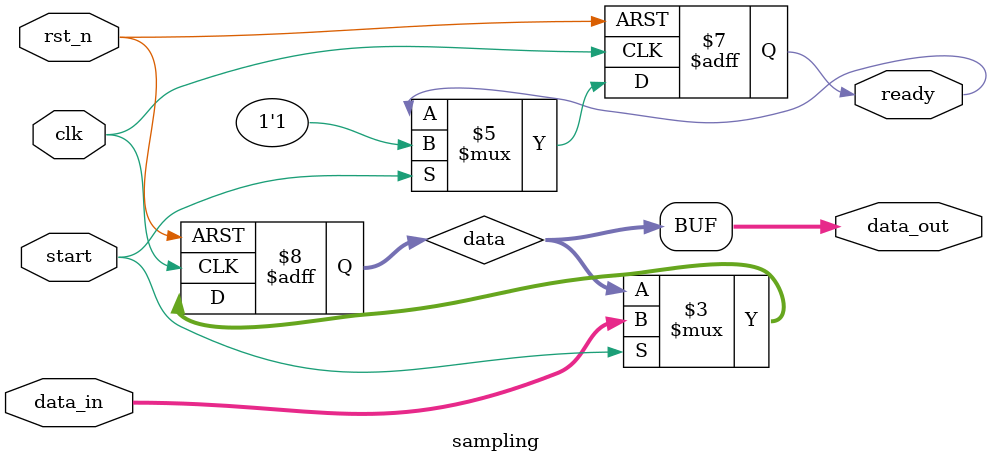
<source format=v>
module	sampling
#(
	parameter width=16
)
(	
	input		[width-1:0]	data_in,
	input						clk,
	input						rst_n,
	input						start,
	output	[width-1:0] data_out,
	output	reg			ready
);	
	reg		[width-1:0]	data;
	
	assign data_out=data;
	
	always @ (posedge clk or negedge rst_n)begin
		if(!rst_n)begin
			data<=0;
			ready<=0;
		end
		else if(start)begin
			ready<=1'b1;
			data<=data_in;
		end
	end

endmodule

</source>
